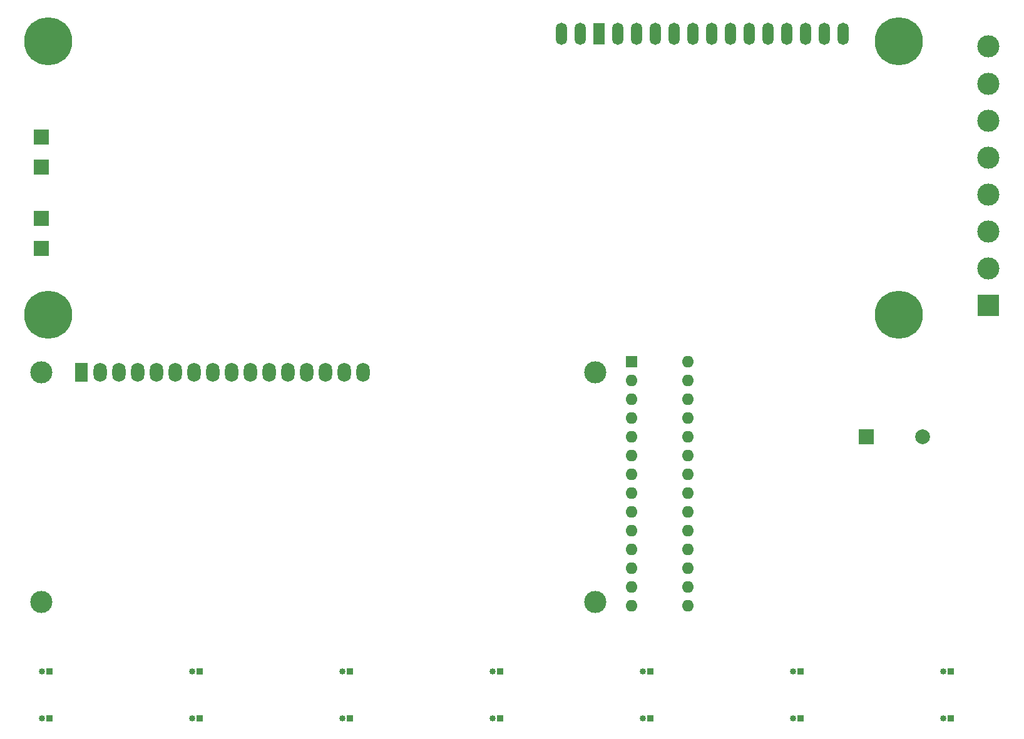
<source format=gbr>
%TF.GenerationSoftware,KiCad,Pcbnew,(6.0.7)*%
%TF.CreationDate,2022-11-30T19:42:34-03:00*%
%TF.ProjectId,CaixaDeRemedios,43616978-6144-4655-9265-6d6564696f73,rev?*%
%TF.SameCoordinates,Original*%
%TF.FileFunction,Copper,L2,Bot*%
%TF.FilePolarity,Positive*%
%FSLAX46Y46*%
G04 Gerber Fmt 4.6, Leading zero omitted, Abs format (unit mm)*
G04 Created by KiCad (PCBNEW (6.0.7)) date 2022-11-30 19:42:34*
%MOMM*%
%LPD*%
G01*
G04 APERTURE LIST*
%TA.AperFunction,ComponentPad*%
%ADD10R,0.850000X0.850000*%
%TD*%
%TA.AperFunction,ComponentPad*%
%ADD11O,0.850000X0.850000*%
%TD*%
%TA.AperFunction,ComponentPad*%
%ADD12R,2.000000X2.000000*%
%TD*%
%TA.AperFunction,ComponentPad*%
%ADD13C,2.000000*%
%TD*%
%TA.AperFunction,ComponentPad*%
%ADD14C,6.500000*%
%TD*%
%TA.AperFunction,ComponentPad*%
%ADD15R,1.500000X3.000000*%
%TD*%
%TA.AperFunction,ComponentPad*%
%ADD16O,1.500000X3.000000*%
%TD*%
%TA.AperFunction,ComponentPad*%
%ADD17C,3.000000*%
%TD*%
%TA.AperFunction,ComponentPad*%
%ADD18R,1.800000X2.600000*%
%TD*%
%TA.AperFunction,ComponentPad*%
%ADD19O,1.800000X2.600000*%
%TD*%
%TA.AperFunction,ComponentPad*%
%ADD20R,1.600000X1.600000*%
%TD*%
%TA.AperFunction,ComponentPad*%
%ADD21O,1.600000X1.600000*%
%TD*%
%TA.AperFunction,ComponentPad*%
%ADD22R,3.000000X3.000000*%
%TD*%
G04 APERTURE END LIST*
D10*
%TO.P,U14,1,On*%
%TO.N,Net-(Mux16x4-Pad18)*%
X152400000Y-115580000D03*
D11*
%TO.P,U14,2,Gnd*%
%TO.N,Net-(Mux16x4-Pad12)*%
X151400000Y-115580000D03*
%TD*%
D10*
%TO.P,U13,1,On*%
%TO.N,Net-(Mux16x4-Pad19)*%
X132080000Y-115580000D03*
D11*
%TO.P,U13,2,Gnd*%
%TO.N,Net-(Mux16x4-Pad12)*%
X131080000Y-115580000D03*
%TD*%
D10*
%TO.P,U12,1,On*%
%TO.N,Net-(Mux16x4-Pad20)*%
X111760000Y-115580000D03*
D11*
%TO.P,U12,2,Gnd*%
%TO.N,Net-(Mux16x4-Pad12)*%
X110760000Y-115580000D03*
%TD*%
D10*
%TO.P,U11,1,On*%
%TO.N,Net-(Mux16x4-Pad21)*%
X91440000Y-115580000D03*
D11*
%TO.P,U11,2,Gnd*%
%TO.N,Net-(Mux16x4-Pad12)*%
X90440000Y-115580000D03*
%TD*%
D10*
%TO.P,U10,1,On*%
%TO.N,Net-(Mux16x4-Pad22)*%
X71120000Y-115580000D03*
D11*
%TO.P,U10,2,Gnd*%
%TO.N,Net-(Mux16x4-Pad12)*%
X70120000Y-115580000D03*
%TD*%
D10*
%TO.P,U9,1,On*%
%TO.N,Net-(Mux16x4-Pad23)*%
X50800000Y-115580000D03*
D11*
%TO.P,U9,2,Gnd*%
%TO.N,Net-(Mux16x4-Pad12)*%
X49800000Y-115580000D03*
%TD*%
D10*
%TO.P,U8,1,On*%
%TO.N,Net-(Mux16x4-Pad2)*%
X30480000Y-115580000D03*
D11*
%TO.P,U8,2,Gnd*%
%TO.N,Net-(Mux16x4-Pad12)*%
X29480000Y-115580000D03*
%TD*%
D10*
%TO.P,U7,1,On*%
%TO.N,Net-(Mux16x4-Pad3)*%
X152400000Y-121920000D03*
D11*
%TO.P,U7,2,Gnd*%
%TO.N,Net-(Mux16x4-Pad12)*%
X151400000Y-121920000D03*
%TD*%
D10*
%TO.P,U6,1,On*%
%TO.N,Net-(Mux16x4-Pad4)*%
X132080000Y-121920000D03*
D11*
%TO.P,U6,2,Gnd*%
%TO.N,Net-(Mux16x4-Pad12)*%
X131080000Y-121920000D03*
%TD*%
D10*
%TO.P,U5,1,On*%
%TO.N,Net-(Mux16x4-Pad5)*%
X111760000Y-121920000D03*
D11*
%TO.P,U5,2,Gnd*%
%TO.N,Net-(Mux16x4-Pad12)*%
X110760000Y-121920000D03*
%TD*%
D10*
%TO.P,U4,1,On*%
%TO.N,Net-(Mux16x4-Pad6)*%
X91440000Y-121920000D03*
D11*
%TO.P,U4,2,Gnd*%
%TO.N,Net-(Mux16x4-Pad12)*%
X90440000Y-121920000D03*
%TD*%
D10*
%TO.P,U3,1,On*%
%TO.N,Net-(Mux16x4-Pad7)*%
X71120000Y-121920000D03*
D11*
%TO.P,U3,2,Gnd*%
%TO.N,Net-(Mux16x4-Pad12)*%
X70120000Y-121920000D03*
%TD*%
D10*
%TO.P,U2,1,On*%
%TO.N,Net-(Mux16x4-Pad8)*%
X50800000Y-121920000D03*
D11*
%TO.P,U2,2,Gnd*%
%TO.N,Net-(Mux16x4-Pad12)*%
X49800000Y-121920000D03*
%TD*%
D10*
%TO.P,U1,1,On*%
%TO.N,Net-(Mux16x4-Pad9)*%
X30480000Y-121920000D03*
D11*
%TO.P,U1,2,Gnd*%
%TO.N,Net-(Mux16x4-Pad12)*%
X29480000Y-121920000D03*
%TD*%
D12*
%TO.P,U15,1,On*%
%TO.N,Net-(U19-Pad2)*%
X140980000Y-83820000D03*
D13*
%TO.P,U15,2,Gnd*%
%TO.N,Net-(Mux16x4-Pad12)*%
X148580000Y-83820000D03*
%TD*%
D14*
%TO.P,U18,*%
%TO.N,*%
X145320000Y-30315000D03*
X145320000Y-67315000D03*
X30320000Y-67315000D03*
X30320000Y-30315000D03*
D15*
%TO.P,U18,1,GND*%
%TO.N,Net-(Mux16x4-Pad12)*%
X104820000Y-29315000D03*
D16*
%TO.P,U18,2,VCC*%
%TO.N,Net-(Mux16x4-Pad24)*%
X107360000Y-29315000D03*
%TO.P,U18,3,VEE*%
%TO.N,Net-(U16-Pad3)*%
X109900000Y-29315000D03*
%TO.P,U18,4,RS*%
%TO.N,Net-(U16-Pad4)*%
X112440000Y-29315000D03*
%TO.P,U18,5,RW*%
%TO.N,Net-(U16-Pad5)*%
X114980000Y-29315000D03*
%TO.P,U18,6,E*%
%TO.N,Net-(U16-Pad6)*%
X117520000Y-29315000D03*
%TO.P,U18,7,D0*%
%TO.N,Net-(U16-Pad7)*%
X120060000Y-29315000D03*
%TO.P,U18,8,D1*%
%TO.N,Net-(U16-Pad8)*%
X122600000Y-29315000D03*
%TO.P,U18,9,D2*%
%TO.N,Net-(U16-Pad9)*%
X125140000Y-29315000D03*
%TO.P,U18,10,D3*%
%TO.N,Net-(U16-Pad10)*%
X127680000Y-29315000D03*
%TO.P,U18,11,D4*%
%TO.N,Net-(U16-Pad11)*%
X130220000Y-29315000D03*
%TO.P,U18,12,D5*%
%TO.N,Net-(U16-Pad12)*%
X132760000Y-29315000D03*
%TO.P,U18,13,D6*%
%TO.N,Net-(U16-Pad13)*%
X135300000Y-29315000D03*
%TO.P,U18,14,D7*%
%TO.N,Net-(U16-Pad14)*%
X137840000Y-29315000D03*
%TO.P,U18,15,LEDA*%
%TO.N,Net-(U16-Pad15)*%
X102280000Y-29315000D03*
%TO.P,U18,16,LEDK*%
%TO.N,Net-(U16-Pad16)*%
X99740000Y-29315000D03*
D12*
%TO.P,U18,A1*%
%TO.N,N/C*%
X29320000Y-43315000D03*
%TO.P,U18,A2*%
X29320000Y-54315000D03*
%TO.P,U18,K1*%
X29320000Y-47315000D03*
%TO.P,U18,K2*%
X29320000Y-58315000D03*
%TD*%
D17*
%TO.P,U16,*%
%TO.N,*%
X104319480Y-106145700D03*
X29320900Y-75145000D03*
X29320900Y-106145700D03*
X104320000Y-75145000D03*
D18*
%TO.P,U16,1,VSS*%
%TO.N,Net-(U16-Pad1)*%
X34820000Y-75145000D03*
D19*
%TO.P,U16,2,VDD*%
%TO.N,Net-(U16-Pad2)*%
X37360000Y-75145000D03*
%TO.P,U16,3,VEE*%
%TO.N,Net-(U16-Pad3)*%
X39900000Y-75145000D03*
%TO.P,U16,4,RS*%
%TO.N,Net-(U16-Pad4)*%
X42440000Y-75145000D03*
%TO.P,U16,5,RW*%
%TO.N,Net-(U16-Pad5)*%
X44980000Y-75145000D03*
%TO.P,U16,6,E*%
%TO.N,Net-(U16-Pad6)*%
X47520000Y-75145000D03*
%TO.P,U16,7,D0*%
%TO.N,Net-(U16-Pad7)*%
X50060000Y-75145000D03*
%TO.P,U16,8,D1*%
%TO.N,Net-(U16-Pad8)*%
X52600000Y-75145000D03*
%TO.P,U16,9,D2*%
%TO.N,Net-(U16-Pad9)*%
X55140000Y-75145000D03*
%TO.P,U16,10,D3*%
%TO.N,Net-(U16-Pad10)*%
X57680000Y-75145000D03*
%TO.P,U16,11,D4*%
%TO.N,Net-(U16-Pad11)*%
X60220000Y-75145000D03*
%TO.P,U16,12,D5*%
%TO.N,Net-(U16-Pad12)*%
X62760000Y-75145000D03*
%TO.P,U16,13,D6*%
%TO.N,Net-(U16-Pad13)*%
X65300000Y-75145000D03*
%TO.P,U16,14,D7*%
%TO.N,Net-(U16-Pad14)*%
X67840000Y-75145000D03*
%TO.P,U16,15,LEDA*%
%TO.N,Net-(U16-Pad15)*%
X70380000Y-75145000D03*
%TO.P,U16,16,LEDK*%
%TO.N,Net-(U16-Pad16)*%
X72920000Y-75145000D03*
%TD*%
D20*
%TO.P,U19,1,~{RESET}/PC6*%
%TO.N,unconnected-(U19-Pad1)*%
X109220000Y-73660000D03*
D21*
%TO.P,U19,2,PD0*%
%TO.N,Net-(U19-Pad2)*%
X109220000Y-76200000D03*
%TO.P,U19,3,PD1*%
%TO.N,Net-(U19-Pad3)*%
X109220000Y-78740000D03*
%TO.P,U19,4,PD2*%
%TO.N,Net-(U19-Pad4)*%
X109220000Y-81280000D03*
%TO.P,U19,5,PD3*%
%TO.N,Net-(U19-Pad5)*%
X109220000Y-83820000D03*
%TO.P,U19,6,PD4*%
%TO.N,Net-(U19-Pad6)*%
X109220000Y-86360000D03*
%TO.P,U19,7,VCC*%
%TO.N,Net-(Mux16x4-Pad24)*%
X109220000Y-88900000D03*
%TO.P,U19,8,GND*%
%TO.N,Net-(Mux16x4-Pad12)*%
X109220000Y-91440000D03*
%TO.P,U19,9,XTAL1/PB6*%
%TO.N,unconnected-(U19-Pad9)*%
X109220000Y-93980000D03*
%TO.P,U19,10,XTAL2/PB7*%
%TO.N,unconnected-(U19-Pad10)*%
X109220000Y-96520000D03*
%TO.P,U19,11,PD5*%
%TO.N,Net-(U19-Pad11)*%
X109220000Y-99060000D03*
%TO.P,U19,12,PD6*%
%TO.N,Net-(U19-Pad12)*%
X109220000Y-101600000D03*
%TO.P,U19,13,PD7*%
%TO.N,Net-(U19-Pad13)*%
X109220000Y-104140000D03*
%TO.P,U19,14,PB0*%
%TO.N,Net-(Mux16x4-Pad10)*%
X109220000Y-106680000D03*
%TO.P,U19,15,PB1*%
%TO.N,Net-(Mux16x4-Pad11)*%
X116840000Y-106680000D03*
%TO.P,U19,16,PB2*%
%TO.N,Net-(Mux16x4-Pad14)*%
X116840000Y-104140000D03*
%TO.P,U19,17,PB3*%
%TO.N,Net-(Mux16x4-Pad13)*%
X116840000Y-101600000D03*
%TO.P,U19,18,PB4*%
%TO.N,Net-(Mux16x4-Pad15)*%
X116840000Y-99060000D03*
%TO.P,U19,19,PB5*%
%TO.N,unconnected-(U19-Pad19)*%
X116840000Y-96520000D03*
%TO.P,U19,20,AVCC*%
%TO.N,+3.3VA*%
X116840000Y-93980000D03*
%TO.P,U19,21,AREF*%
%TO.N,GND*%
X116840000Y-91440000D03*
%TO.P,U19,22,GND*%
%TO.N,Net-(Mux16x4-Pad12)*%
X116840000Y-88900000D03*
%TO.P,U19,23,PC0*%
%TO.N,unconnected-(U19-Pad23)*%
X116840000Y-86360000D03*
%TO.P,U19,24,PC1*%
%TO.N,unconnected-(U19-Pad24)*%
X116840000Y-83820000D03*
%TO.P,U19,25,PC2*%
%TO.N,unconnected-(U19-Pad25)*%
X116840000Y-81280000D03*
%TO.P,U19,26,PC3*%
%TO.N,unconnected-(U19-Pad26)*%
X116840000Y-78740000D03*
%TO.P,U19,27,PC4*%
%TO.N,Net-(U19-Pad27)*%
X116840000Y-76200000D03*
%TO.P,U19,28,PC5*%
%TO.N,Net-(U19-Pad28)*%
X116840000Y-73660000D03*
%TD*%
D22*
%TO.P,U17,1,C1*%
%TO.N,Net-(U19-Pad3)*%
X157480000Y-66040000D03*
D17*
%TO.P,U17,2,C2*%
%TO.N,Net-(U19-Pad4)*%
X157480000Y-61040000D03*
%TO.P,U17,3,C3*%
%TO.N,Net-(U19-Pad5)*%
X157480000Y-56040000D03*
%TO.P,U17,4,R1*%
%TO.N,Net-(U19-Pad6)*%
X157480000Y-51040000D03*
%TO.P,U17,5,R2*%
%TO.N,Net-(U19-Pad11)*%
X157480000Y-46040000D03*
%TO.P,U17,6,R3*%
%TO.N,Net-(U19-Pad12)*%
X157480000Y-41040000D03*
%TO.P,U17,7,R4*%
%TO.N,Net-(U19-Pad13)*%
X157480000Y-36040000D03*
%TO.P,U17,8,NC*%
%TO.N,unconnected-(U17-Pad8)*%
X157480000Y-31040000D03*
%TD*%
M02*

</source>
